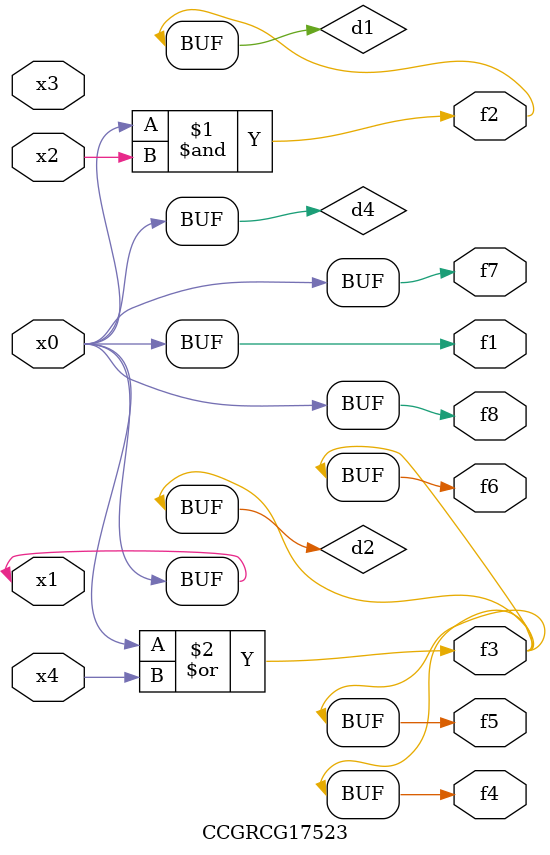
<source format=v>
module CCGRCG17523(
	input x0, x1, x2, x3, x4,
	output f1, f2, f3, f4, f5, f6, f7, f8
);

	wire d1, d2, d3, d4;

	and (d1, x0, x2);
	or (d2, x0, x4);
	nand (d3, x0, x2);
	buf (d4, x0, x1);
	assign f1 = d4;
	assign f2 = d1;
	assign f3 = d2;
	assign f4 = d2;
	assign f5 = d2;
	assign f6 = d2;
	assign f7 = d4;
	assign f8 = d4;
endmodule

</source>
